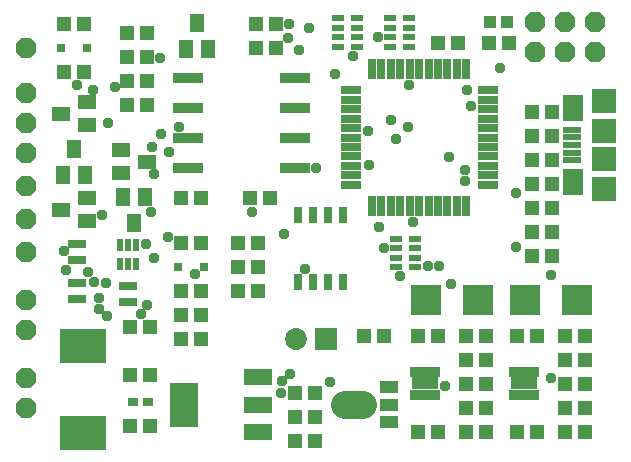
<source format=gts>
G75*
%MOIN*%
%OFA0B0*%
%FSLAX25Y25*%
%IPPOS*%
%LPD*%
%AMOC8*
5,1,8,0,0,1.08239X$1,22.5*
%
%ADD10R,0.05131X0.04737*%
%ADD11C,0.07300*%
%ADD12R,0.07300X0.07300*%
%ADD13R,0.10249X0.10249*%
%ADD14R,0.15761X0.11824*%
%ADD15R,0.03556X0.02769*%
%ADD16R,0.03162X0.03162*%
%ADD17R,0.02375X0.03950*%
%ADD18R,0.06706X0.02769*%
%ADD19R,0.02769X0.06706*%
%ADD20OC8,0.06800*%
%ADD21R,0.04737X0.06312*%
%ADD22R,0.06312X0.04737*%
%ADD23R,0.01981X0.02572*%
%ADD24R,0.09599X0.05599*%
%ADD25R,0.09461X0.14973*%
%ADD26R,0.04737X0.05131*%
%ADD27R,0.03937X0.02362*%
%ADD28R,0.10052X0.03359*%
%ADD29R,0.01981X0.03556*%
%ADD30R,0.08989X0.03950*%
%ADD31R,0.03162X0.05524*%
%ADD32C,0.09461*%
%ADD33R,0.06201X0.04134*%
%ADD34R,0.03950X0.03950*%
%ADD35R,0.08280X0.08280*%
%ADD36R,0.07099X0.09068*%
%ADD37R,0.06115X0.02375*%
%ADD38C,0.03778*%
D10*
X0060654Y0059000D03*
X0067346Y0059000D03*
X0067346Y0075000D03*
X0060654Y0075000D03*
X0060654Y0090000D03*
X0067346Y0090000D03*
X0083654Y0090000D03*
X0090346Y0090000D03*
X0139654Y0044000D03*
X0146346Y0044000D03*
X0155654Y0044000D03*
X0162346Y0044000D03*
X0162346Y0036000D03*
X0155654Y0036000D03*
X0155654Y0028000D03*
X0162346Y0028000D03*
X0162346Y0012000D03*
X0155654Y0012000D03*
X0188654Y0012000D03*
X0195346Y0012000D03*
X0195346Y0028000D03*
X0188654Y0028000D03*
X0188654Y0036000D03*
X0195346Y0036000D03*
X0195346Y0044000D03*
X0188654Y0044000D03*
X0179346Y0044000D03*
X0172654Y0044000D03*
X0177654Y0070500D03*
X0184346Y0070500D03*
X0105346Y0025000D03*
X0098654Y0025000D03*
X0098654Y0017000D03*
X0105346Y0017000D03*
X0105346Y0009000D03*
X0098654Y0009000D03*
D11*
X0099079Y0043000D03*
D12*
X0108921Y0043000D03*
D13*
X0142339Y0056000D03*
X0159661Y0056000D03*
X0175339Y0056000D03*
X0192661Y0056000D03*
D14*
X0028000Y0040567D03*
X0028000Y0011433D03*
D15*
X0044638Y0022000D03*
X0049756Y0022000D03*
D16*
X0059669Y0067000D03*
X0068331Y0067000D03*
X0029331Y0140000D03*
X0020669Y0140000D03*
D17*
X0040441Y0074150D03*
X0043000Y0074150D03*
X0045559Y0074150D03*
X0045559Y0067850D03*
X0043000Y0067850D03*
X0040441Y0067850D03*
D18*
X0117165Y0094252D03*
X0117165Y0097402D03*
X0117165Y0100551D03*
X0117165Y0103701D03*
X0117165Y0106850D03*
X0117165Y0110000D03*
X0117165Y0113150D03*
X0117165Y0116299D03*
X0117165Y0119449D03*
X0117165Y0122598D03*
X0117165Y0125748D03*
X0162835Y0125748D03*
X0162835Y0122598D03*
X0162835Y0119449D03*
X0162835Y0116299D03*
X0162835Y0113150D03*
X0162835Y0110000D03*
X0162835Y0106850D03*
X0162835Y0103701D03*
X0162835Y0100551D03*
X0162835Y0097402D03*
X0162835Y0094252D03*
D19*
X0155748Y0087165D03*
X0152598Y0087165D03*
X0149449Y0087165D03*
X0146299Y0087165D03*
X0143150Y0087165D03*
X0140000Y0087165D03*
X0136850Y0087165D03*
X0133701Y0087165D03*
X0130551Y0087165D03*
X0127402Y0087165D03*
X0124252Y0087165D03*
X0124252Y0132835D03*
X0127402Y0132835D03*
X0130551Y0132835D03*
X0133701Y0132835D03*
X0136850Y0132835D03*
X0140000Y0132835D03*
X0143150Y0132835D03*
X0146299Y0132835D03*
X0149449Y0132835D03*
X0152598Y0132835D03*
X0155748Y0132835D03*
D20*
X0009000Y0020000D03*
X0009000Y0030000D03*
X0009000Y0046000D03*
X0009000Y0056000D03*
X0009000Y0072000D03*
X0009000Y0083000D03*
X0009000Y0094000D03*
X0009000Y0105000D03*
X0009000Y0115000D03*
X0009000Y0125000D03*
X0009000Y0140000D03*
X0178500Y0138500D03*
X0188500Y0138500D03*
X0198500Y0138500D03*
X0198500Y0148500D03*
X0188500Y0148500D03*
X0178500Y0148500D03*
D21*
X0069740Y0139669D03*
X0062260Y0139669D03*
X0066000Y0148331D03*
X0025000Y0106331D03*
X0021260Y0097669D03*
X0028740Y0097669D03*
X0041260Y0090331D03*
X0048740Y0090331D03*
X0045000Y0081669D03*
D22*
X0029331Y0082260D03*
X0029331Y0089740D03*
X0020669Y0086000D03*
X0040669Y0098260D03*
X0049331Y0102000D03*
X0040669Y0105740D03*
X0029331Y0114260D03*
X0020669Y0118000D03*
X0029331Y0121740D03*
D23*
X0027969Y0074657D03*
X0026000Y0074657D03*
X0024031Y0074657D03*
X0024031Y0069343D03*
X0026000Y0069343D03*
X0027969Y0069343D03*
X0027969Y0061657D03*
X0026000Y0061657D03*
X0024031Y0061657D03*
X0024031Y0056343D03*
X0026000Y0056343D03*
X0027969Y0056343D03*
X0041031Y0055343D03*
X0043000Y0055343D03*
X0044969Y0055343D03*
X0044969Y0060657D03*
X0043000Y0060657D03*
X0041031Y0060657D03*
D24*
X0086201Y0030098D03*
X0086201Y0021000D03*
X0086201Y0011902D03*
D25*
X0061799Y0021000D03*
D26*
X0050346Y0014000D03*
X0043654Y0014000D03*
X0043654Y0031000D03*
X0050346Y0031000D03*
X0060654Y0043000D03*
X0067346Y0043000D03*
X0067346Y0051000D03*
X0060654Y0051000D03*
X0050346Y0047000D03*
X0043654Y0047000D03*
X0079654Y0059000D03*
X0086346Y0059000D03*
X0086346Y0067000D03*
X0079654Y0067000D03*
X0079654Y0075000D03*
X0086346Y0075000D03*
X0121654Y0044000D03*
X0128346Y0044000D03*
X0155654Y0020000D03*
X0162346Y0020000D03*
X0172654Y0012000D03*
X0179346Y0012000D03*
X0188654Y0020000D03*
X0195346Y0020000D03*
X0146346Y0012000D03*
X0139654Y0012000D03*
X0177654Y0078500D03*
X0184346Y0078500D03*
X0184346Y0086500D03*
X0177654Y0086500D03*
X0177654Y0094500D03*
X0184346Y0094500D03*
X0184346Y0102500D03*
X0177654Y0102500D03*
X0177654Y0110500D03*
X0184346Y0110500D03*
X0184346Y0118500D03*
X0177654Y0118500D03*
X0169846Y0141500D03*
X0163154Y0141500D03*
X0152846Y0141500D03*
X0146154Y0141500D03*
X0092346Y0140000D03*
X0085654Y0140000D03*
X0085654Y0148000D03*
X0092346Y0148000D03*
X0049346Y0145000D03*
X0042654Y0145000D03*
X0042654Y0137000D03*
X0049346Y0137000D03*
X0049346Y0129000D03*
X0042654Y0129000D03*
X0042654Y0121000D03*
X0049346Y0121000D03*
X0028346Y0132000D03*
X0021654Y0132000D03*
X0021654Y0148000D03*
X0028346Y0148000D03*
D27*
X0112850Y0146575D03*
X0112850Y0149724D03*
X0119150Y0149724D03*
X0119150Y0146575D03*
X0119150Y0143425D03*
X0119150Y0140276D03*
X0112850Y0140276D03*
X0112850Y0143425D03*
X0130350Y0143425D03*
X0130350Y0140276D03*
X0136650Y0140276D03*
X0136650Y0143425D03*
X0136650Y0146575D03*
X0136650Y0149724D03*
X0130350Y0149724D03*
X0130350Y0146575D03*
X0132350Y0076224D03*
X0132350Y0073075D03*
X0132350Y0069925D03*
X0132350Y0066776D03*
X0138650Y0066776D03*
X0138650Y0069925D03*
X0138650Y0073075D03*
X0138650Y0076224D03*
D28*
X0098803Y0100000D03*
X0098803Y0110000D03*
X0098803Y0120000D03*
X0098803Y0130000D03*
X0062976Y0130000D03*
X0062976Y0120000D03*
X0062976Y0110000D03*
X0062976Y0100000D03*
D29*
X0138063Y0031988D03*
X0140031Y0031988D03*
X0142000Y0031988D03*
X0143969Y0031988D03*
X0145937Y0031988D03*
X0145937Y0024193D03*
X0143969Y0024193D03*
X0142000Y0024193D03*
X0140031Y0024193D03*
X0138063Y0024193D03*
X0171063Y0024193D03*
X0173031Y0024193D03*
X0175000Y0024193D03*
X0176969Y0024193D03*
X0178937Y0024193D03*
X0178937Y0031988D03*
X0176969Y0031988D03*
X0175000Y0031988D03*
X0173031Y0031988D03*
X0171063Y0031988D03*
D30*
X0175000Y0028110D03*
X0142000Y0028110D03*
D31*
X0114500Y0061976D03*
X0109500Y0061976D03*
X0104500Y0061976D03*
X0099500Y0061976D03*
X0099500Y0084024D03*
X0104500Y0084024D03*
X0109500Y0084024D03*
X0114500Y0084024D03*
D32*
X0121252Y0021000D02*
X0121252Y0021000D01*
X0115346Y0021000D01*
X0115346Y0021000D01*
X0121252Y0021000D01*
D33*
X0129825Y0021000D03*
X0129825Y0015094D03*
X0129825Y0026906D03*
D34*
X0163547Y0148500D03*
X0169453Y0148500D03*
D35*
X0201500Y0122264D03*
X0201500Y0112224D03*
X0201500Y0102776D03*
X0201500Y0092736D03*
D36*
X0191461Y0095295D03*
X0191461Y0119705D03*
D37*
X0190969Y0112618D03*
X0190969Y0110059D03*
X0190969Y0107500D03*
X0190969Y0104941D03*
X0190969Y0102382D03*
D38*
X0172250Y0091625D03*
X0155300Y0095500D03*
X0155200Y0099100D03*
X0150100Y0103600D03*
X0136300Y0113500D03*
X0132400Y0109600D03*
X0130600Y0115900D03*
X0123100Y0112300D03*
X0123200Y0100800D03*
X0105700Y0099700D03*
X0084400Y0085300D03*
X0094900Y0077800D03*
X0102100Y0066100D03*
X0126700Y0080200D03*
X0128200Y0073300D03*
X0138100Y0082000D03*
X0142875Y0067250D03*
X0146625Y0067250D03*
X0150688Y0061312D03*
X0133600Y0063700D03*
X0172250Y0073500D03*
X0184125Y0064125D03*
X0184125Y0029750D03*
X0148500Y0027250D03*
X0110375Y0028500D03*
X0097000Y0031300D03*
X0094300Y0028900D03*
X0094125Y0024750D03*
X0049300Y0054100D03*
X0047200Y0051100D03*
X0036100Y0050500D03*
X0033400Y0052900D03*
X0033400Y0056500D03*
X0035500Y0061600D03*
X0031600Y0061900D03*
X0029800Y0065200D03*
X0022300Y0065800D03*
X0021700Y0072100D03*
X0034300Y0084100D03*
X0050500Y0085300D03*
X0056200Y0076900D03*
X0049000Y0074500D03*
X0051700Y0069700D03*
X0065200Y0064600D03*
X0051700Y0097900D03*
X0056500Y0105100D03*
X0051100Y0106900D03*
X0054100Y0111100D03*
X0060100Y0113500D03*
X0038500Y0127000D03*
X0031300Y0125800D03*
X0025900Y0127600D03*
X0036400Y0115000D03*
X0053500Y0136600D03*
X0096400Y0143200D03*
X0100000Y0139300D03*
X0103300Y0146500D03*
X0096700Y0148000D03*
X0112000Y0131200D03*
X0118000Y0137200D03*
X0126400Y0143500D03*
X0136600Y0127600D03*
X0156000Y0125811D03*
X0157250Y0120375D03*
X0166900Y0133300D03*
M02*

</source>
